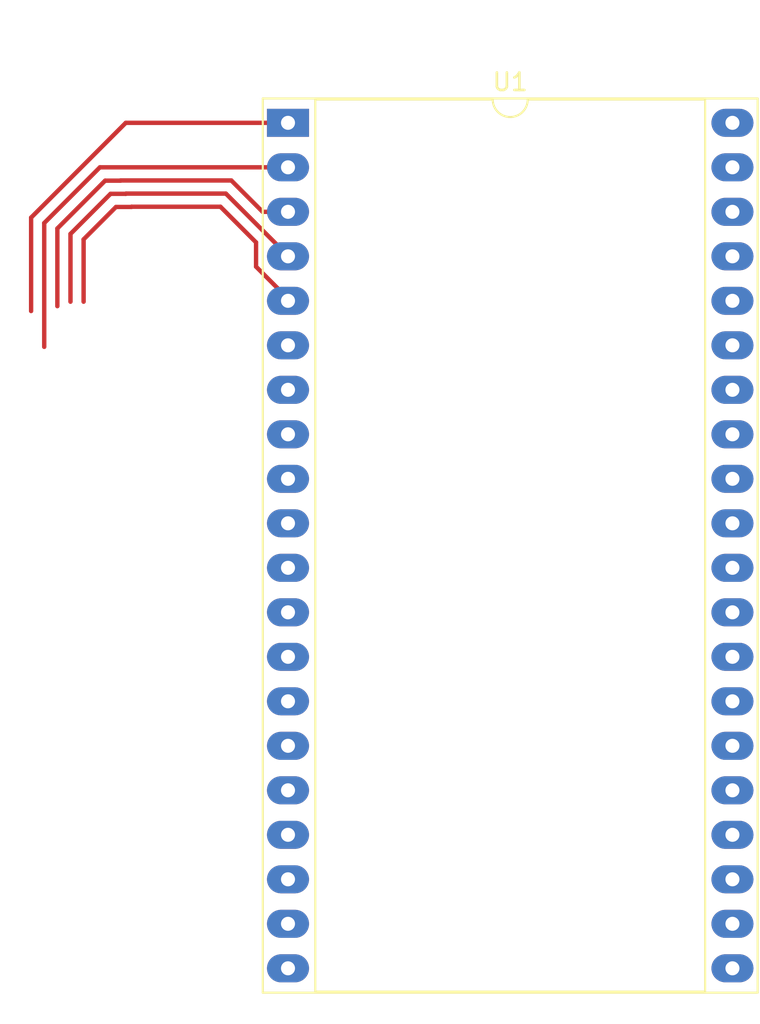
<source format=kicad_pcb>
(kicad_pcb (version 20171130) (host pcbnew "(5.1.10-1-10_14)")

  (general
    (thickness 1.6)
    (drawings 0)
    (tracks 29)
    (zones 0)
    (modules 1)
    (nets 42)
  )

  (page A4)
  (layers
    (0 F.Cu signal)
    (31 B.Cu signal)
    (32 B.Adhes user)
    (33 F.Adhes user)
    (34 B.Paste user)
    (35 F.Paste user)
    (36 B.SilkS user)
    (37 F.SilkS user)
    (38 B.Mask user)
    (39 F.Mask user)
    (40 Dwgs.User user)
    (41 Cmts.User user)
    (42 Eco1.User user)
    (43 Eco2.User user)
    (44 Edge.Cuts user)
    (45 Margin user)
    (46 B.CrtYd user)
    (47 F.CrtYd user)
    (48 B.Fab user)
    (49 F.Fab user)
  )

  (setup
    (last_trace_width 0.25)
    (trace_clearance 0.5)
    (zone_clearance 0.508)
    (zone_45_only no)
    (trace_min 0.2)
    (via_size 1.5)
    (via_drill 1)
    (via_min_size 0.4)
    (via_min_drill 0.3)
    (user_via 3 2.5)
    (uvia_size 0.3)
    (uvia_drill 0.1)
    (uvias_allowed no)
    (uvia_min_size 0.2)
    (uvia_min_drill 0.1)
    (edge_width 0.05)
    (segment_width 0.2)
    (pcb_text_width 0.3)
    (pcb_text_size 1.5 1.5)
    (mod_edge_width 0.12)
    (mod_text_size 1 1)
    (mod_text_width 0.15)
    (pad_size 1.524 1.524)
    (pad_drill 0.762)
    (pad_to_mask_clearance 0)
    (aux_axis_origin 0 0)
    (visible_elements FFFFFF7F)
    (pcbplotparams
      (layerselection 0x010fc_ffffffff)
      (usegerberextensions false)
      (usegerberattributes true)
      (usegerberadvancedattributes true)
      (creategerberjobfile true)
      (excludeedgelayer true)
      (linewidth 0.100000)
      (plotframeref false)
      (viasonmask false)
      (mode 1)
      (useauxorigin false)
      (hpglpennumber 1)
      (hpglpenspeed 20)
      (hpglpendiameter 15.000000)
      (psnegative false)
      (psa4output false)
      (plotreference true)
      (plotvalue true)
      (plotinvisibletext false)
      (padsonsilk false)
      (subtractmaskfromsilk false)
      (outputformat 1)
      (mirror false)
      (drillshape 1)
      (scaleselection 1)
      (outputdirectory ""))
  )

  (net 0 "")
  (net 1 GND)
  (net 2 "Net-(U1-Pad20)")
  (net 3 "Net-(U1-Pad19)")
  (net 4 "Net-(U1-Pad18)")
  (net 5 "Net-(U1-Pad17)")
  (net 6 "Net-(U1-Pad14)")
  (net 7 "Net-(U1-Pad13)")
  (net 8 "Net-(U1-Pad12)")
  (net 9 "Net-(U1-Pad10)")
  (net 10 "Net-(U1-Pad9)")
  (net 11 "Net-(U1-Pad8)")
  (net 12 "Net-(U1-Pad7)")
  (net 13 "Net-(U1-Pad6)")
  (net 14 "Net-(U1-Pad3)")
  (net 15 "Net-(U1-Pad2)")
  (net 16 "Net-(U1-Pad40)")
  (net 17 "Net-(U1-Pad39)")
  (net 18 "Net-(U1-Pad38)")
  (net 19 "Net-(U1-Pad37)")
  (net 20 "Net-(U1-Pad36)")
  (net 21 "Net-(U1-Pad16)")
  (net 22 "Net-(J1-Pad1)")
  (net 23 "Net-(U1-Pad15)")
  (net 24 "Net-(J1-Pad2)")
  (net 25 "Net-(J1-Pad3)")
  (net 26 "Net-(J1-Pad4)")
  (net 27 "Net-(J1-Pad5)")
  (net 28 "Net-(U1-Pad11)")
  (net 29 "Net-(J1-Pad6)")
  (net 30 "Net-(U1-Pad29)")
  (net 31 "Net-(U1-Pad28)")
  (net 32 "Net-(U1-Pad27)")
  (net 33 "Net-(U1-Pad26)")
  (net 34 "Net-(U1-Pad25)")
  (net 35 "Net-(U1-Pad5)")
  (net 36 "Net-(U1-Pad24)")
  (net 37 "Net-(U1-Pad4)")
  (net 38 "Net-(U1-Pad23)")
  (net 39 "Net-(U1-Pad22)")
  (net 40 "Net-(U1-Pad21)")
  (net 41 "Net-(U1-Pad1)")

  (net_class Default "This is the default net class."
    (clearance 0.5)
    (trace_width 0.25)
    (via_dia 1.5)
    (via_drill 1)
    (uvia_dia 0.3)
    (uvia_drill 0.1)
    (add_net "Net-(J1-Pad1)")
    (add_net "Net-(J1-Pad2)")
    (add_net "Net-(J1-Pad3)")
    (add_net "Net-(J1-Pad4)")
    (add_net "Net-(J1-Pad5)")
    (add_net "Net-(J1-Pad6)")
    (add_net "Net-(U1-Pad1)")
    (add_net "Net-(U1-Pad10)")
    (add_net "Net-(U1-Pad11)")
    (add_net "Net-(U1-Pad12)")
    (add_net "Net-(U1-Pad13)")
    (add_net "Net-(U1-Pad14)")
    (add_net "Net-(U1-Pad15)")
    (add_net "Net-(U1-Pad16)")
    (add_net "Net-(U1-Pad17)")
    (add_net "Net-(U1-Pad18)")
    (add_net "Net-(U1-Pad19)")
    (add_net "Net-(U1-Pad2)")
    (add_net "Net-(U1-Pad20)")
    (add_net "Net-(U1-Pad21)")
    (add_net "Net-(U1-Pad22)")
    (add_net "Net-(U1-Pad23)")
    (add_net "Net-(U1-Pad24)")
    (add_net "Net-(U1-Pad25)")
    (add_net "Net-(U1-Pad26)")
    (add_net "Net-(U1-Pad27)")
    (add_net "Net-(U1-Pad28)")
    (add_net "Net-(U1-Pad29)")
    (add_net "Net-(U1-Pad3)")
    (add_net "Net-(U1-Pad36)")
    (add_net "Net-(U1-Pad37)")
    (add_net "Net-(U1-Pad38)")
    (add_net "Net-(U1-Pad39)")
    (add_net "Net-(U1-Pad4)")
    (add_net "Net-(U1-Pad40)")
    (add_net "Net-(U1-Pad5)")
    (add_net "Net-(U1-Pad6)")
    (add_net "Net-(U1-Pad7)")
    (add_net "Net-(U1-Pad8)")
    (add_net "Net-(U1-Pad9)")
  )

  (module Package_DIP:DIP-40_W25.4mm_Socket_LongPads (layer F.Cu) (tedit 5A02E8C5) (tstamp 6172B366)
    (at 184.3786 45.8724)
    (descr "40-lead though-hole mounted DIP package, row spacing 25.4 mm (1000 mils), Socket, LongPads")
    (tags "THT DIP DIL PDIP 2.54mm 25.4mm 1000mil Socket LongPads")
    (path /6172B40F)
    (fp_text reference U1 (at 12.7 -2.33) (layer F.SilkS)
      (effects (font (size 1 1) (thickness 0.15)))
    )
    (fp_text value Z80CPU (at 12.7 50.59) (layer F.Fab)
      (effects (font (size 1 1) (thickness 0.15)))
    )
    (fp_text user %R (at 12.7 24.13) (layer F.Fab)
      (effects (font (size 1 1) (thickness 0.15)))
    )
    (fp_arc (start 12.7 -1.33) (end 11.7 -1.33) (angle -180) (layer F.SilkS) (width 0.12))
    (fp_line (start 1.255 -1.27) (end 25.145 -1.27) (layer F.Fab) (width 0.1))
    (fp_line (start 25.145 -1.27) (end 25.145 49.53) (layer F.Fab) (width 0.1))
    (fp_line (start 25.145 49.53) (end 0.255 49.53) (layer F.Fab) (width 0.1))
    (fp_line (start 0.255 49.53) (end 0.255 -0.27) (layer F.Fab) (width 0.1))
    (fp_line (start 0.255 -0.27) (end 1.255 -1.27) (layer F.Fab) (width 0.1))
    (fp_line (start -1.27 -1.33) (end -1.27 49.59) (layer F.Fab) (width 0.1))
    (fp_line (start -1.27 49.59) (end 26.67 49.59) (layer F.Fab) (width 0.1))
    (fp_line (start 26.67 49.59) (end 26.67 -1.33) (layer F.Fab) (width 0.1))
    (fp_line (start 26.67 -1.33) (end -1.27 -1.33) (layer F.Fab) (width 0.1))
    (fp_line (start 11.7 -1.33) (end 1.56 -1.33) (layer F.SilkS) (width 0.12))
    (fp_line (start 1.56 -1.33) (end 1.56 49.59) (layer F.SilkS) (width 0.12))
    (fp_line (start 1.56 49.59) (end 23.84 49.59) (layer F.SilkS) (width 0.12))
    (fp_line (start 23.84 49.59) (end 23.84 -1.33) (layer F.SilkS) (width 0.12))
    (fp_line (start 23.84 -1.33) (end 13.7 -1.33) (layer F.SilkS) (width 0.12))
    (fp_line (start -1.44 -1.39) (end -1.44 49.65) (layer F.SilkS) (width 0.12))
    (fp_line (start -1.44 49.65) (end 26.84 49.65) (layer F.SilkS) (width 0.12))
    (fp_line (start 26.84 49.65) (end 26.84 -1.39) (layer F.SilkS) (width 0.12))
    (fp_line (start 26.84 -1.39) (end -1.44 -1.39) (layer F.SilkS) (width 0.12))
    (fp_line (start -1.55 -1.6) (end -1.55 49.85) (layer F.CrtYd) (width 0.05))
    (fp_line (start -1.55 49.85) (end 26.95 49.85) (layer F.CrtYd) (width 0.05))
    (fp_line (start 26.95 49.85) (end 26.95 -1.6) (layer F.CrtYd) (width 0.05))
    (fp_line (start 26.95 -1.6) (end -1.55 -1.6) (layer F.CrtYd) (width 0.05))
    (pad 40 thru_hole oval (at 25.4 0) (size 2.4 1.6) (drill 0.8) (layers *.Cu *.Mask)
      (net 16 "Net-(U1-Pad40)"))
    (pad 20 thru_hole oval (at 0 48.26) (size 2.4 1.6) (drill 0.8) (layers *.Cu *.Mask)
      (net 2 "Net-(U1-Pad20)"))
    (pad 39 thru_hole oval (at 25.4 2.54) (size 2.4 1.6) (drill 0.8) (layers *.Cu *.Mask)
      (net 17 "Net-(U1-Pad39)"))
    (pad 19 thru_hole oval (at 0 45.72) (size 2.4 1.6) (drill 0.8) (layers *.Cu *.Mask)
      (net 3 "Net-(U1-Pad19)"))
    (pad 38 thru_hole oval (at 25.4 5.08) (size 2.4 1.6) (drill 0.8) (layers *.Cu *.Mask)
      (net 18 "Net-(U1-Pad38)"))
    (pad 18 thru_hole oval (at 0 43.18) (size 2.4 1.6) (drill 0.8) (layers *.Cu *.Mask)
      (net 4 "Net-(U1-Pad18)"))
    (pad 37 thru_hole oval (at 25.4 7.62) (size 2.4 1.6) (drill 0.8) (layers *.Cu *.Mask)
      (net 19 "Net-(U1-Pad37)"))
    (pad 17 thru_hole oval (at 0 40.64) (size 2.4 1.6) (drill 0.8) (layers *.Cu *.Mask)
      (net 5 "Net-(U1-Pad17)"))
    (pad 36 thru_hole oval (at 25.4 10.16) (size 2.4 1.6) (drill 0.8) (layers *.Cu *.Mask)
      (net 20 "Net-(U1-Pad36)"))
    (pad 16 thru_hole oval (at 0 38.1) (size 2.4 1.6) (drill 0.8) (layers *.Cu *.Mask)
      (net 21 "Net-(U1-Pad16)"))
    (pad 35 thru_hole oval (at 25.4 12.7) (size 2.4 1.6) (drill 0.8) (layers *.Cu *.Mask)
      (net 22 "Net-(J1-Pad1)"))
    (pad 15 thru_hole oval (at 0 35.56) (size 2.4 1.6) (drill 0.8) (layers *.Cu *.Mask)
      (net 23 "Net-(U1-Pad15)"))
    (pad 34 thru_hole oval (at 25.4 15.24) (size 2.4 1.6) (drill 0.8) (layers *.Cu *.Mask)
      (net 24 "Net-(J1-Pad2)"))
    (pad 14 thru_hole oval (at 0 33.02) (size 2.4 1.6) (drill 0.8) (layers *.Cu *.Mask)
      (net 6 "Net-(U1-Pad14)"))
    (pad 33 thru_hole oval (at 25.4 17.78) (size 2.4 1.6) (drill 0.8) (layers *.Cu *.Mask)
      (net 25 "Net-(J1-Pad3)"))
    (pad 13 thru_hole oval (at 0 30.48) (size 2.4 1.6) (drill 0.8) (layers *.Cu *.Mask)
      (net 7 "Net-(U1-Pad13)"))
    (pad 32 thru_hole oval (at 25.4 20.32) (size 2.4 1.6) (drill 0.8) (layers *.Cu *.Mask)
      (net 26 "Net-(J1-Pad4)"))
    (pad 12 thru_hole oval (at 0 27.94) (size 2.4 1.6) (drill 0.8) (layers *.Cu *.Mask)
      (net 8 "Net-(U1-Pad12)"))
    (pad 31 thru_hole oval (at 25.4 22.86) (size 2.4 1.6) (drill 0.8) (layers *.Cu *.Mask)
      (net 27 "Net-(J1-Pad5)"))
    (pad 11 thru_hole oval (at 0 25.4) (size 2.4 1.6) (drill 0.8) (layers *.Cu *.Mask)
      (net 28 "Net-(U1-Pad11)"))
    (pad 30 thru_hole oval (at 25.4 25.4) (size 2.4 1.6) (drill 0.8) (layers *.Cu *.Mask)
      (net 29 "Net-(J1-Pad6)"))
    (pad 10 thru_hole oval (at 0 22.86) (size 2.4 1.6) (drill 0.8) (layers *.Cu *.Mask)
      (net 9 "Net-(U1-Pad10)"))
    (pad 29 thru_hole oval (at 25.4 27.94) (size 2.4 1.6) (drill 0.8) (layers *.Cu *.Mask)
      (net 30 "Net-(U1-Pad29)"))
    (pad 9 thru_hole oval (at 0 20.32) (size 2.4 1.6) (drill 0.8) (layers *.Cu *.Mask)
      (net 10 "Net-(U1-Pad9)"))
    (pad 28 thru_hole oval (at 25.4 30.48) (size 2.4 1.6) (drill 0.8) (layers *.Cu *.Mask)
      (net 31 "Net-(U1-Pad28)"))
    (pad 8 thru_hole oval (at 0 17.78) (size 2.4 1.6) (drill 0.8) (layers *.Cu *.Mask)
      (net 11 "Net-(U1-Pad8)"))
    (pad 27 thru_hole oval (at 25.4 33.02) (size 2.4 1.6) (drill 0.8) (layers *.Cu *.Mask)
      (net 32 "Net-(U1-Pad27)"))
    (pad 7 thru_hole oval (at 0 15.24) (size 2.4 1.6) (drill 0.8) (layers *.Cu *.Mask)
      (net 12 "Net-(U1-Pad7)"))
    (pad 26 thru_hole oval (at 25.4 35.56) (size 2.4 1.6) (drill 0.8) (layers *.Cu *.Mask)
      (net 33 "Net-(U1-Pad26)"))
    (pad 6 thru_hole oval (at 0 12.7) (size 2.4 1.6) (drill 0.8) (layers *.Cu *.Mask)
      (net 13 "Net-(U1-Pad6)"))
    (pad 25 thru_hole oval (at 25.4 38.1) (size 2.4 1.6) (drill 0.8) (layers *.Cu *.Mask)
      (net 34 "Net-(U1-Pad25)"))
    (pad 5 thru_hole oval (at 0 10.16) (size 2.4 1.6) (drill 0.8) (layers *.Cu *.Mask)
      (net 35 "Net-(U1-Pad5)"))
    (pad 24 thru_hole oval (at 25.4 40.64) (size 2.4 1.6) (drill 0.8) (layers *.Cu *.Mask)
      (net 36 "Net-(U1-Pad24)"))
    (pad 4 thru_hole oval (at 0 7.62) (size 2.4 1.6) (drill 0.8) (layers *.Cu *.Mask)
      (net 37 "Net-(U1-Pad4)"))
    (pad 23 thru_hole oval (at 25.4 43.18) (size 2.4 1.6) (drill 0.8) (layers *.Cu *.Mask)
      (net 38 "Net-(U1-Pad23)"))
    (pad 3 thru_hole oval (at 0 5.08) (size 2.4 1.6) (drill 0.8) (layers *.Cu *.Mask)
      (net 14 "Net-(U1-Pad3)"))
    (pad 22 thru_hole oval (at 25.4 45.72) (size 2.4 1.6) (drill 0.8) (layers *.Cu *.Mask)
      (net 39 "Net-(U1-Pad22)"))
    (pad 2 thru_hole oval (at 0 2.54) (size 2.4 1.6) (drill 0.8) (layers *.Cu *.Mask)
      (net 15 "Net-(U1-Pad2)"))
    (pad 21 thru_hole oval (at 25.4 48.26) (size 2.4 1.6) (drill 0.8) (layers *.Cu *.Mask)
      (net 40 "Net-(U1-Pad21)"))
    (pad 1 thru_hole rect (at 0 0) (size 2.4 1.6) (drill 0.8) (layers *.Cu *.Mask)
      (net 41 "Net-(U1-Pad1)"))
    (model ${KISYS3DMOD}/Package_DIP.3dshapes/DIP-40_W25.4mm_Socket.wrl
      (at (xyz 0 0 0))
      (scale (xyz 1 1 1))
      (rotate (xyz 0 0 0))
    )
  )

  (segment (start 182.9286 50.9524) (end 181.13861 49.16241) (width 0.25) (layer F.Cu) (net 14))
  (segment (start 184.3786 50.9524) (end 182.9286 50.9524) (width 0.25) (layer F.Cu) (net 14))
  (segment (start 181.13861 49.16241) (end 174.81479 49.16241) (width 0.25) (layer F.Cu) (net 14))
  (segment (start 174.8028 49.1744) (end 173.926948 49.1744) (width 0.25) (layer F.Cu) (net 14))
  (segment (start 174.81479 49.16241) (end 174.8028 49.1744) (width 0.25) (layer F.Cu) (net 14))
  (segment (start 173.926948 49.1744) (end 171.19742 51.903928) (width 0.25) (layer F.Cu) (net 14))
  (segment (start 171.19742 51.903928) (end 171.19742 56.3372) (width 0.25) (layer F.Cu) (net 14))
  (segment (start 184.3786 48.4124) (end 173.628274 48.4124) (width 0.25) (layer F.Cu) (net 15))
  (segment (start 173.628274 48.4124) (end 170.44741 51.593264) (width 0.25) (layer F.Cu) (net 15))
  (segment (start 170.44741 51.593264) (end 170.44741 58.66059) (width 0.25) (layer F.Cu) (net 15))
  (segment (start 182.55359 54.082658) (end 182.55359 52.698738) (width 0.25) (layer F.Cu) (net 35))
  (segment (start 184.3786 55.907668) (end 182.55359 54.082658) (width 0.25) (layer F.Cu) (net 35))
  (segment (start 184.3786 56.0324) (end 184.3786 55.907668) (width 0.25) (layer F.Cu) (net 35))
  (segment (start 182.55359 52.698738) (end 180.517282 50.66243) (width 0.25) (layer F.Cu) (net 35))
  (segment (start 180.517282 50.66243) (end 175.436118 50.66243) (width 0.25) (layer F.Cu) (net 35))
  (segment (start 175.424128 50.67442) (end 174.548276 50.67442) (width 0.25) (layer F.Cu) (net 35))
  (segment (start 175.436118 50.66243) (end 175.424128 50.67442) (width 0.25) (layer F.Cu) (net 35))
  (segment (start 174.548276 50.67442) (end 172.69744 52.525256) (width 0.25) (layer F.Cu) (net 35))
  (segment (start 172.69744 52.525256) (end 172.69744 56.0832) (width 0.25) (layer F.Cu) (net 35))
  (segment (start 184.3786 53.4924) (end 184.3786 53.463074) (width 0.25) (layer F.Cu) (net 37))
  (segment (start 184.3786 53.463074) (end 180.827946 49.91242) (width 0.25) (layer F.Cu) (net 37))
  (segment (start 175.113464 49.92441) (end 174.237612 49.92441) (width 0.25) (layer F.Cu) (net 37))
  (segment (start 175.125454 49.91242) (end 175.113464 49.92441) (width 0.25) (layer F.Cu) (net 37))
  (segment (start 180.827946 49.91242) (end 175.125454 49.91242) (width 0.25) (layer F.Cu) (net 37))
  (segment (start 174.237612 49.92441) (end 171.94743 52.214592) (width 0.25) (layer F.Cu) (net 37))
  (segment (start 171.94743 52.214592) (end 171.94743 56.0832) (width 0.25) (layer F.Cu) (net 37))
  (segment (start 184.3786 45.8724) (end 175.1076 45.8724) (width 0.25) (layer F.Cu) (net 41))
  (segment (start 175.1076 45.8724) (end 169.6974 51.2826) (width 0.25) (layer F.Cu) (net 41))
  (segment (start 169.6974 51.2826) (end 169.6974 56.6166) (width 0.25) (layer F.Cu) (net 41))

  (zone (net 1) (net_name GND) (layer F.Cu) (tstamp 0) (hatch edge 0.508)
    (connect_pads (clearance 0.508))
    (min_thickness 0.254)
    (fill yes (arc_segments 32) (thermal_gap 0.508) (thermal_bridge_width 0.508))
    (polygon
      (pts
        (xy 193.3702 63.8556) (xy 167.9194 63.8556) (xy 167.9194 38.862) (xy 193.3702 38.862)
      )
    )
  )
)

</source>
